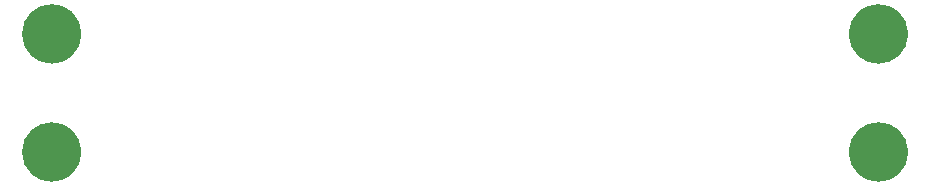
<source format=gbs>
%TF.GenerationSoftware,KiCad,Pcbnew,8.0.8*%
%TF.CreationDate,2025-01-29T16:57:42+00:00*%
%TF.ProjectId,ec30_1x7_r6_mh_0.1,65633330-5f31-4783-975f-72365f6d685f,v0.1*%
%TF.SameCoordinates,PX8d24d00PY37ca3a0*%
%TF.FileFunction,Soldermask,Bot*%
%TF.FilePolarity,Negative*%
%FSLAX46Y46*%
G04 Gerber Fmt 4.6, Leading zero omitted, Abs format (unit mm)*
G04 Created by KiCad (PCBNEW 8.0.8) date 2025-01-29 16:57:42*
%MOMM*%
%LPD*%
G01*
G04 APERTURE LIST*
%ADD10C,2.500000*%
G04 APERTURE END LIST*
%TO.C,MH3*%
D10*
X-33750000Y11000000D02*
G75*
G02*
X-36250000Y11000000I-1250000J0D01*
G01*
X-36250000Y11000000D02*
G75*
G02*
X-33750000Y11000000I1250000J0D01*
G01*
%TO.C,MH4*%
X36250000Y1000001D02*
G75*
G02*
X33750000Y1000001I-1250000J0D01*
G01*
X33750000Y1000001D02*
G75*
G02*
X36250000Y1000001I1250000J0D01*
G01*
%TO.C,MH2*%
X-33750000Y1000000D02*
G75*
G02*
X-36250000Y1000000I-1250000J0D01*
G01*
X-36250000Y1000000D02*
G75*
G02*
X-33750000Y1000000I1250000J0D01*
G01*
%TO.C,MH1*%
X36250000Y11000001D02*
G75*
G02*
X33750000Y11000001I-1250000J0D01*
G01*
X33750000Y11000001D02*
G75*
G02*
X36250000Y11000001I1250000J0D01*
G01*
%TD*%
M02*

</source>
